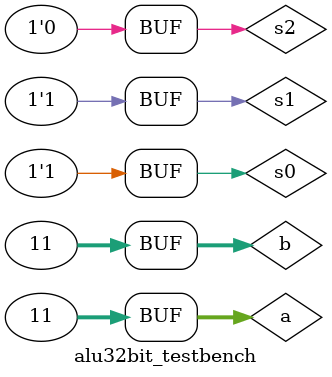
<source format=v>
`define DELAY 20
module alu32bit_testbench();
reg [31:0] a, b;
reg s0, s1, s2;
wire [31:0] res;

// ALUT stands for alu testbench
alu32bit ALUT(res, a, b, s0, s1, s2);

initial begin
a = 32'h0; b = 32'h0; s0 = 0; s1 = 0; s2 = 0;
#`DELAY;
a = 32'h1; b = 32'h1; s0 = 1; s1 = 0; s2 = 0;
#`DELAY;
a = 32'h2; b = 32'h2; s0 = 0; s1 = 1; s2 = 0;
#`DELAY;
a = 32'h3; b = 32'h3; s0 = 1; s1 = 1; s2 = 0;
#`DELAY;
a = 32'h4; b = 32'h4; s0 = 0; s1 = 0; s2 = 1;
#`DELAY;
a = 32'h5; b = 32'h5; s0 = 1; s1 = 0; s2 = 1;
#`DELAY;
a = 32'h6; b = 32'h6; s0 = 0; s1 = 1; s2 = 1;
#`DELAY;
a = 32'h7; b = 32'h7; s0 = 1; s1 = 1; s2 = 1;
#`DELAY;
a = 32'h8; b = 32'h8; s0 = 0; s1 = 0; s2 = 0;
#`DELAY;
a = 32'h9; b = 32'h9; s0 = 1; s1 = 0; s2 = 0;
#`DELAY;
a = 32'ha; b = 32'ha; s0 = 0; s1 = 1; s2 = 0;
#`DELAY;
a = 32'hb; b = 32'hb; s0 = 1; s1 = 1; s2 = 0;
end

initial
begin
$monitor("ALU RESULTS: time = %2d, res = %8h, a =%8h, b= %8h, s0= %1b, s1= %1b, s2= %1b", $time,res, a, b, s0, s1, s2);
end
 

endmodule
</source>
